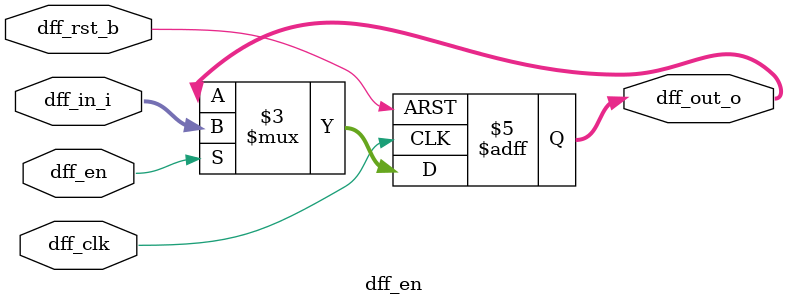
<source format=sv>


module dff_en #(
                parameter DATA_WIDTH = 8   
)(
    input logic                     dff_clk,
    input logic                     dff_rst_b,
    input logic                     dff_en,
    input logic [DATA_WIDTH-1 : 0]  dff_in_i,
    output logic [DATA_WIDTH-1 : 0] dff_out_o
);

always_ff @( posedge(dff_clk) or negedge(dff_rst_b) ) begin
    if (~dff_rst_b)
        dff_out_o <= {(DATA_WIDTH){1'b0}};
    else if (dff_en)
        dff_out_o <= dff_in_i;
end

endmodule

</source>
